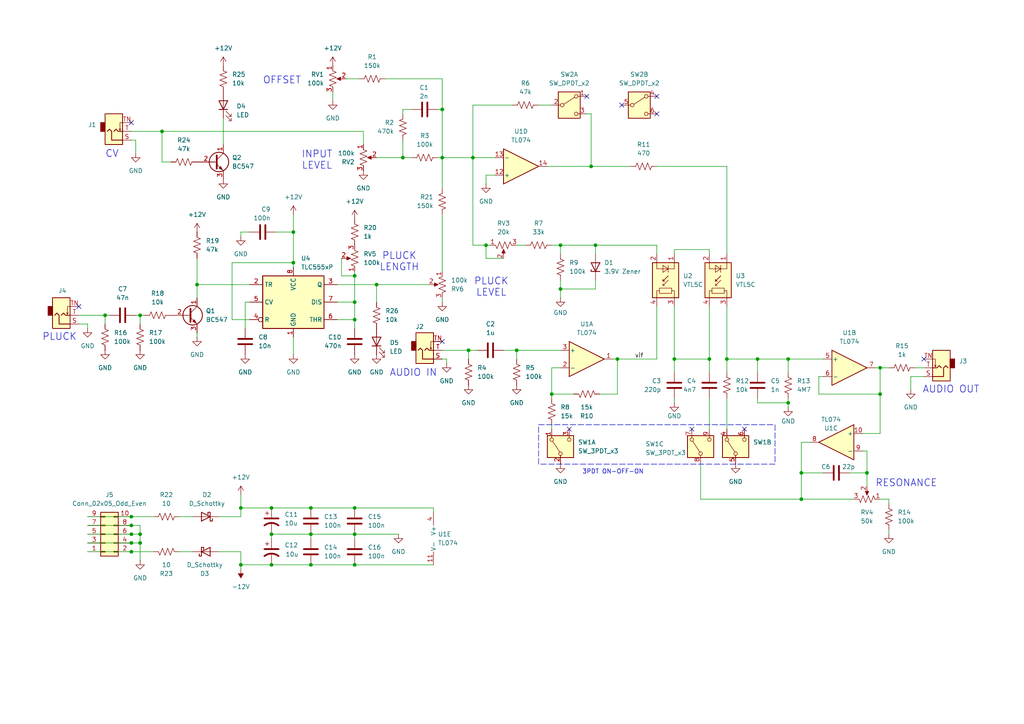
<source format=kicad_sch>
(kicad_sch (version 20231120) (generator "eeschema") (generator_version "8.0")
  (paper "A4")
  (title_block (title "Low Pass Gate") (date "2024-09-30") (rev "1.0") (company "idyllm") (comment 1 "CC BY-SA 4.0") (comment 2 "References: Buchla 292, Aaron Lanterman, Eddy Bergman, Thomas White/Natural Rhythm"))
  (junction (at 171.45 48.26))
  (junction (at 128.27 45.72))
  (junction (at 251.46 137.16))
  (junction (at 40.64 154.94))
  (junction (at 116.84 45.72))
  (junction (at 102.87 87.63))
  (junction (at 102.87 147.32))
  (junction (at 46.99 38.1))
  (junction (at 228.6 116.84))
  (junction (at 232.41 144.78))
  (junction (at 162.56 71.12))
  (junction (at 205.74 104.14))
  (junction (at 57.15 82.55))
  (junction (at 210.82 104.14))
  (junction (at 85.09 67.31))
  (junction (at 135.89 101.6))
  (junction (at 195.58 104.14))
  (junction (at 38.1 149.86))
  (junction (at 160.02 114.3))
  (junction (at 90.17 154.94))
  (junction (at 90.17 163.83))
  (junction (at 102.87 92.71))
  (junction (at 109.22 82.55))
  (junction (at 78.74 154.94))
  (junction (at 38.1 157.48))
  (junction (at 102.87 80.01))
  (junction (at 128.27 31.75))
  (junction (at 38.1 154.94))
  (junction (at 149.86 101.6))
  (junction (at 255.27 106.68))
  (junction (at 102.87 154.94))
  (junction (at 179.07 104.14))
  (junction (at 102.87 163.83))
  (junction (at 38.1 152.4))
  (junction (at 90.17 147.32))
  (junction (at 228.6 104.14))
  (junction (at 40.64 157.48))
  (junction (at 137.16 45.72))
  (junction (at 140.97 71.12))
  (junction (at 38.1 160.02))
  (junction (at 78.74 147.32))
  (junction (at 232.41 137.16))
  (junction (at 69.85 163.83))
  (junction (at 162.56 83.82))
  (junction (at 40.64 91.44))
  (junction (at 69.85 147.32))
  (junction (at 219.71 104.14))
  (junction (at 78.74 163.83))
  (junction (at 30.48 91.44))
  (junction (at 255.27 114.3))
  (junction (at 85.09 76.2))
  (junction (at 172.72 71.12))
  (no_connect (at 128.27 99.06))
  (no_connect (at 215.9 124.46))
  (no_connect (at 267.97 104.14))
  (no_connect (at 190.5 33.02))
  (no_connect (at 22.86 88.9))
  (no_connect (at 38.1 35.56))
  (no_connect (at 180.34 30.48))
  (no_connect (at 200.66 124.46))
  (no_connect (at 170.18 27.94))
  (no_connect (at 165.1 124.46))
  (no_connect (at 190.5 27.94))
  (wire (pts (xy 78.74 156.21) (xy 78.74 154.94)))
  (wire (pts (xy 160.02 114.3) (xy 160.02 115.57)))
  (wire (pts (xy 264.16 113.03) (xy 264.16 109.22)))
  (wire (pts (xy 25.4 160.02) (xy 38.1 160.02)))
  (wire (pts (xy 210.82 48.26) (xy 190.5 48.26)))
  (wire (pts (xy 69.85 147.32) (xy 69.85 149.86)))
  (wire (pts (xy 129.54 104.14) (xy 128.27 104.14)))
  (wire (pts (xy 102.87 92.71) (xy 102.87 95.25)))
  (wire (pts (xy 219.71 104.14) (xy 219.71 107.95)))
  (wire (pts (xy 146.05 101.6) (xy 149.86 101.6)))
  (wire (pts (xy 102.87 147.32) (xy 125.73 147.32)))
  (wire (pts (xy 69.85 160.02) (xy 69.85 163.83)))
  (wire (pts (xy 228.6 104.14) (xy 228.6 107.95)))
  (wire (pts (xy 251.46 140.97) (xy 251.46 137.16)))
  (wire (pts (xy 162.56 71.12) (xy 172.72 71.12)))
  (wire (pts (xy 160.02 114.3) (xy 166.37 114.3)))
  (wire (pts (xy 109.22 82.55) (xy 109.22 87.63)))
  (wire (pts (xy 46.99 38.1) (xy 38.1 38.1)))
  (wire (pts (xy 80.01 67.31) (xy 85.09 67.31)))
  (wire (pts (xy 210.82 104.14) (xy 210.82 107.95)))
  (wire (pts (xy 137.16 30.48) (xy 137.16 45.72)))
  (wire (pts (xy 69.85 163.83) (xy 78.74 163.83)))
  (wire (pts (xy 179.07 104.14) (xy 177.8 104.14)))
  (wire (pts (xy 228.6 104.14) (xy 219.71 104.14)))
  (wire (pts (xy 69.85 67.31) (xy 69.85 68.58)))
  (wire (pts (xy 171.45 33.02) (xy 170.18 33.02)))
  (wire (pts (xy 158.75 48.26) (xy 171.45 48.26)))
  (wire (pts (xy 40.64 152.4) (xy 40.64 154.94)))
  (wire (pts (xy 250.19 125.73) (xy 255.27 125.73)))
  (wire (pts (xy 128.27 87.63) (xy 128.27 86.36)))
  (wire (pts (xy 195.58 104.14) (xy 195.58 107.95)))
  (wire (pts (xy 116.84 45.72) (xy 119.38 45.72)))
  (wire (pts (xy 137.16 45.72) (xy 137.16 71.12)))
  (wire (pts (xy 72.39 67.31) (xy 69.85 67.31)))
  (wire (pts (xy 90.17 156.21) (xy 90.17 154.94)))
  (wire (pts (xy 90.17 154.94) (xy 102.87 154.94)))
  (wire (pts (xy 172.72 73.66) (xy 172.72 71.12)))
  (wire (pts (xy 97.79 92.71) (xy 102.87 92.71)))
  (wire (pts (xy 57.15 82.55) (xy 57.15 86.36)))
  (wire (pts (xy 255.27 114.3) (xy 255.27 106.68)))
  (wire (pts (xy 162.56 71.12) (xy 162.56 73.66)))
  (wire (pts (xy 148.59 30.48) (xy 137.16 30.48)))
  (wire (pts (xy 179.07 114.3) (xy 179.07 104.14)))
  (wire (pts (xy 100.33 22.86) (xy 104.14 22.86)))
  (wire (pts (xy 97.79 82.55) (xy 109.22 82.55)))
  (wire (pts (xy 25.4 154.94) (xy 38.1 154.94)))
  (wire (pts (xy 210.82 104.14) (xy 210.82 88.9)))
  (wire (pts (xy 99.06 74.93) (xy 99.06 80.01)))
  (wire (pts (xy 190.5 88.9) (xy 190.5 104.14)))
  (wire (pts (xy 238.76 104.14) (xy 228.6 104.14)))
  (wire (pts (xy 146.05 74.93) (xy 140.97 74.93)))
  (wire (pts (xy 232.41 128.27) (xy 234.95 128.27)))
  (wire (pts (xy 85.09 67.31) (xy 85.09 76.2)))
  (wire (pts (xy 140.97 53.34) (xy 140.97 50.8)))
  (wire (pts (xy 22.86 91.44) (xy 30.48 91.44)))
  (wire (pts (xy 128.27 45.72) (xy 137.16 45.72)))
  (wire (pts (xy 160.02 106.68) (xy 160.02 114.3)))
  (wire (pts (xy 140.97 50.8) (xy 143.51 50.8)))
  (wire (pts (xy 160.02 71.12) (xy 162.56 71.12)))
  (wire (pts (xy 210.82 115.57) (xy 210.82 124.46)))
  (wire (pts (xy 40.64 91.44) (xy 41.91 91.44)))
  (wire (pts (xy 102.87 163.83) (xy 125.73 163.83)))
  (wire (pts (xy 25.4 157.48) (xy 38.1 157.48)))
  (wire (pts (xy 219.71 115.57) (xy 219.71 116.84)))
  (wire (pts (xy 171.45 48.26) (xy 171.45 33.02)))
  (wire (pts (xy 69.85 165.1) (xy 69.85 163.83)))
  (wire (pts (xy 195.58 88.9) (xy 195.58 104.14)))
  (wire (pts (xy 105.41 41.91) (xy 105.41 38.1)))
  (wire (pts (xy 140.97 74.93) (xy 140.97 71.12)))
  (wire (pts (xy 205.74 104.14) (xy 205.74 107.95)))
  (wire (pts (xy 116.84 31.75) (xy 119.38 31.75)))
  (wire (pts (xy 232.41 137.16) (xy 238.76 137.16)))
  (wire (pts (xy 38.1 152.4) (xy 40.64 152.4)))
  (wire (pts (xy 69.85 143.51) (xy 69.85 147.32)))
  (wire (pts (xy 67.31 92.71) (xy 67.31 76.2)))
  (wire (pts (xy 40.64 91.44) (xy 40.64 93.98)))
  (wire (pts (xy 128.27 45.72) (xy 128.27 54.61)))
  (wire (pts (xy 71.12 95.25) (xy 71.12 87.63)))
  (wire (pts (xy 78.74 147.32) (xy 90.17 147.32)))
  (wire (pts (xy 39.37 91.44) (xy 40.64 91.44)))
  (wire (pts (xy 40.64 157.48) (xy 38.1 157.48)))
  (wire (pts (xy 257.81 154.94) (xy 257.81 153.67)))
  (wire (pts (xy 38.1 160.02) (xy 44.45 160.02)))
  (wire (pts (xy 251.46 130.81) (xy 250.19 130.81)))
  (wire (pts (xy 149.86 101.6) (xy 162.56 101.6)))
  (wire (pts (xy 203.2 144.78) (xy 232.41 144.78)))
  (wire (pts (xy 140.97 71.12) (xy 142.24 71.12)))
  (wire (pts (xy 137.16 45.72) (xy 143.51 45.72)))
  (wire (pts (xy 116.84 40.64) (xy 116.84 45.72)))
  (wire (pts (xy 162.56 81.28) (xy 162.56 83.82)))
  (wire (pts (xy 195.58 115.57) (xy 195.58 116.84)))
  (wire (pts (xy 237.49 114.3) (xy 255.27 114.3)))
  (wire (pts (xy 105.41 38.1) (xy 46.99 38.1)))
  (wire (pts (xy 172.72 83.82) (xy 162.56 83.82)))
  (wire (pts (xy 99.06 80.01) (xy 102.87 80.01)))
  (wire (pts (xy 238.76 109.22) (xy 237.49 109.22)))
  (wire (pts (xy 25.4 93.98) (xy 22.86 93.98)))
  (wire (pts (xy 228.6 116.84) (xy 228.6 118.11)))
  (wire (pts (xy 172.72 81.28) (xy 172.72 83.82)))
  (wire (pts (xy 46.99 46.99) (xy 46.99 38.1)))
  (wire (pts (xy 25.4 149.86) (xy 38.1 149.86)))
  (wire (pts (xy 85.09 97.79) (xy 85.09 102.87)))
  (wire (pts (xy 232.41 137.16) (xy 232.41 144.78)))
  (wire (pts (xy 109.22 82.55) (xy 124.46 82.55)))
  (wire (pts (xy 237.49 109.22) (xy 237.49 114.3)))
  (wire (pts (xy 102.87 80.01) (xy 102.87 78.74)))
  (wire (pts (xy 205.74 72.39) (xy 205.74 73.66)))
  (wire (pts (xy 102.87 154.94) (xy 115.57 154.94)))
  (wire (pts (xy 232.41 144.78) (xy 247.65 144.78)))
  (wire (pts (xy 127 45.72) (xy 128.27 45.72)))
  (wire (pts (xy 52.07 149.86) (xy 55.88 149.86)))
  (wire (pts (xy 97.79 87.63) (xy 102.87 87.63)))
  (wire (pts (xy 128.27 22.86) (xy 128.27 31.75)))
  (wire (pts (xy 69.85 160.02) (xy 63.5 160.02)))
  (wire (pts (xy 127 31.75) (xy 128.27 31.75)))
  (wire (pts (xy 25.4 152.4) (xy 38.1 152.4)))
  (wire (pts (xy 162.56 106.68) (xy 160.02 106.68)))
  (wire (pts (xy 39.37 40.64) (xy 39.37 44.45)))
  (wire (pts (xy 67.31 76.2) (xy 85.09 76.2)))
  (wire (pts (xy 57.15 82.55) (xy 72.39 82.55)))
  (wire (pts (xy 149.86 71.12) (xy 152.4 71.12)))
  (wire (pts (xy 78.74 154.94) (xy 90.17 154.94)))
  (wire (pts (xy 57.15 97.79) (xy 57.15 96.52)))
  (wire (pts (xy 156.21 30.48) (xy 160.02 30.48)))
  (wire (pts (xy 264.16 109.22) (xy 267.97 109.22)))
  (wire (pts (xy 205.74 115.57) (xy 205.74 124.46)))
  (wire (pts (xy 255.27 106.68) (xy 257.81 106.68)))
  (wire (pts (xy 90.17 163.83) (xy 78.74 163.83)))
  (wire (pts (xy 205.74 104.14) (xy 205.74 88.9)))
  (wire (pts (xy 30.48 91.44) (xy 31.75 91.44)))
  (wire (pts (xy 96.52 26.67) (xy 96.52 29.21)))
  (wire (pts (xy 85.09 62.23) (xy 85.09 67.31)))
  (wire (pts (xy 232.41 137.16) (xy 232.41 128.27)))
  (wire (pts (xy 49.53 46.99) (xy 46.99 46.99)))
  (wire (pts (xy 219.71 116.84) (xy 228.6 116.84)))
  (wire (pts (xy 109.22 45.72) (xy 116.84 45.72)))
  (wire (pts (xy 137.16 71.12) (xy 140.97 71.12)))
  (wire (pts (xy 171.45 48.26) (xy 182.88 48.26)))
  (wire (pts (xy 173.99 114.3) (xy 179.07 114.3)))
  (wire (pts (xy 160.02 124.46) (xy 160.02 123.19)))
  (wire (pts (xy 102.87 87.63) (xy 102.87 80.01)))
  (wire (pts (xy 63.5 149.86) (xy 69.85 149.86)))
  (wire (pts (xy 128.27 62.23) (xy 128.27 78.74)))
  (wire (pts (xy 149.86 101.6) (xy 149.86 104.14)))
  (wire (pts (xy 190.5 71.12) (xy 190.5 73.66)))
  (wire (pts (xy 125.73 147.32) (xy 125.73 148.59)))
  (wire (pts (xy 162.56 83.82) (xy 162.56 86.36)))
  (wire (pts (xy 135.89 101.6) (xy 135.89 104.14)))
  (wire (pts (xy 195.58 104.14) (xy 205.74 104.14)))
  (wire (pts (xy 190.5 104.14) (xy 179.07 104.14)))
  (wire (pts (xy 128.27 31.75) (xy 128.27 45.72)))
  (wire (pts (xy 195.58 72.39) (xy 205.74 72.39)))
  (wire (pts (xy 102.87 87.63) (xy 102.87 92.71)))
  (wire (pts (xy 90.17 147.32) (xy 102.87 147.32)))
  (wire (pts (xy 38.1 154.94) (xy 40.64 154.94)))
  (wire (pts (xy 195.58 73.66) (xy 195.58 72.39)))
  (wire (pts (xy 116.84 33.02) (xy 116.84 31.75)))
  (wire (pts (xy 71.12 87.63) (xy 72.39 87.63)))
  (wire (pts (xy 85.09 76.2) (xy 85.09 77.47)))
  (wire (pts (xy 255.27 114.3) (xy 255.27 125.73)))
  (wire (pts (xy 267.97 106.68) (xy 265.43 106.68)))
  (wire (pts (xy 90.17 163.83) (xy 102.87 163.83)))
  (wire (pts (xy 138.43 101.6) (xy 135.89 101.6)))
  (wire (pts (xy 246.38 137.16) (xy 251.46 137.16)))
  (wire (pts (xy 219.71 104.14) (xy 210.82 104.14)))
  (wire (pts (xy 255.27 106.68) (xy 254 106.68)))
  (wire (pts (xy 172.72 71.12) (xy 190.5 71.12)))
  (wire (pts (xy 111.76 22.86) (xy 128.27 22.86)))
  (wire (pts (xy 203.2 134.62) (xy 203.2 144.78)))
  (wire (pts (xy 257.81 144.78) (xy 255.27 144.78)))
  (wire (pts (xy 72.39 92.71) (xy 67.31 92.71)))
  (wire (pts (xy 25.4 93.98) (xy 25.4 95.25)))
  (wire (pts (xy 129.54 104.14) (xy 129.54 105.41)))
  (wire (pts (xy 40.64 154.94) (xy 40.64 157.48)))
  (wire (pts (xy 40.64 157.48) (xy 40.64 162.56)))
  (wire (pts (xy 128.27 101.6) (xy 135.89 101.6)))
  (wire (pts (xy 30.48 91.44) (xy 30.48 93.98)))
  (wire (pts (xy 251.46 137.16) (xy 251.46 130.81)))
  (wire (pts (xy 210.82 73.66) (xy 210.82 48.26)))
  (wire (pts (xy 228.6 115.57) (xy 228.6 116.84)))
  (wire (pts (xy 102.87 156.21) (xy 102.87 154.94)))
  (wire (pts (xy 52.07 160.02) (xy 55.88 160.02)))
  (wire (pts (xy 64.77 34.29) (xy 64.77 41.91)))
  (wire (pts (xy 257.81 144.78) (xy 257.81 146.05)))
  (wire (pts (xy 38.1 149.86) (xy 44.45 149.86)))
  (wire (pts (xy 39.37 40.64) (xy 38.1 40.64)))
  (wire (pts (xy 57.15 74.93) (xy 57.15 82.55)))
  (wire (pts (xy 69.85 147.32) (xy 78.74 147.32)))
  (rectangle (start 156.21 123.19) (end 224.79 134.62) (stroke (width 0) (type dash)))
  (text "RESONANCE" (at 262.89 140.208 0) (effects (font (size 2.032 2.032))))
  (text "INPUT\nLEVEL" (at 91.948 46.482 0) (effects (font (size 2.032 2.032))))
  (text "AUDIO IN" (at 119.888 108.204 0) (effects (font (size 2.032 2.032))))
  (text "3PDT ON-OFF-ON" (at 177.8 136.906 0) (effects (font (size 1.27 1.27))))
  (text "PLUCK" (at 17.272 97.79 0) (effects (font (size 2.032 2.032))))
  (text "PLUCK\nLEVEL" (at 142.494 83.312 0) (effects (font (size 2.032 2.032))))
  (text "AUDIO OUT" (at 275.844 113.03 0) (effects (font (size 2.032 2.032))))
  (text "CV" (at 32.512 44.704 0) (effects (font (size 2.032 2.032))))
  (text "PLUCK\nLENGTH" (at 115.824 75.946 0) (effects (font (size 2.032 2.032))))
  (text "OFFSET" (at 81.788 23.368 0) (effects (font (size 2.032 2.032))))
  (label "vif" (at 184.15 104.14 0))
  (symbol (lib_id "power:GND") (at 128.27 87.63 0) (unit 1)
    (property "Reference" "#PWR017" (effects (hide yes)))
    (property "Value" "GND" (at 128.27 92.71 0))
    (property "Description" "Power symbol creates a global label with name \"GND\" , ground" (effects (hide yes)))
  )
  (symbol (lib_id "Amplifier_Operational:TL074") (at 246.38 106.68 0) (unit 2)
    (property "Reference" "U1" (at 246.38 96.52 0))
    (property "Value" "TL074" (at 246.38 99.06 0))
    (property "Footprint" "Package_DIP:DIP-14_W7.62mm_Socket" (effects (hide yes)))
    (property "Datasheet" "http://www.ti.com/lit/ds/symlink/tl071.pdf" (effects (hide yes)))
    (property "Description" "Quad Low-Noise JFET-Input Operational Amplifiers, DIP-14/SOIC-14" (effects (hide yes)))
  )
  (symbol (lib_id "power:GND") (at 40.64 162.56 0) (unit 1)
    (property "Reference" "#PWR04" (effects (hide yes)))
    (property "Value" "GND" (at 40.64 167.64 0))
    (property "Description" "Power symbol creates a global label with name \"GND\" , ground" (effects (hide yes)))
  )
  (symbol (lib_id "Transistor_BJT:BC547") (at 54.61 91.44 0) (unit 1)
    (property "Reference" "Q1" (at 59.69 90.1699 0) (effects (justify left)))
    (property "Value" "BC547" (at 59.69 92.7099 0) (effects (justify left)))
    (property "Footprint" "Package_TO_SOT_THT:TO-92_Inline_Wide" (effects (hide yes)))
    (property "Datasheet" "https://www.onsemi.com/pub/Collateral/BC550-D.pdf" (effects (hide yes)))
    (property "Description" "0.1A Ic, 45V Vce, Small Signal NPN Transistor, TO-92" (effects (hide yes)))
  )
  (symbol (lib_id "Device:C") (at 205.74 111.76 0) (mirror x) (unit 1)
    (property "Reference" "C4" (at 201.93 110.4899 0) (effects (justify right)))
    (property "Value" "4n7" (at 201.93 113.0299 0) (effects (justify right)))
    (property "Footprint" "Capacitor_THT:C_Disc_D5.0mm_W2.5mm_P2.50mm" (effects (hide yes)))
    (property "Description" "Unpolarized capacitor" (effects (hide yes)))
  )
  (symbol (lib_id "Amplifier_Operational:TL074") (at 242.57 128.27 0) (mirror y) (unit 3)
    (property "Reference" "U1" (at 241.046 124.206 0))
    (property "Value" "TL074" (at 241.046 121.666 0))
    (property "Footprint" "Package_DIP:DIP-14_W7.62mm_Socket" (effects (hide yes)))
    (property "Datasheet" "http://www.ti.com/lit/ds/symlink/tl071.pdf" (effects (hide yes)))
    (property "Description" "Quad Low-Noise JFET-Input Operational Amplifiers, DIP-14/SOIC-14" (effects (hide yes)))
  )
  (symbol (lib_id "power:GND") (at 195.58 116.84 0) (unit 1)
    (property "Reference" "#PWR0106" (effects (hide yes)))
    (property "Value" "GND" (at 195.58 120.65 0))
    (property "Description" "Power symbol creates a global label with name \"GND\" , ground" (effects (hide yes)))
  )
  (symbol (lib_id "power:+12V") (at 96.52 19.05 0) (unit 1)
    (property "Reference" "#PWR0110" (effects (hide yes)))
    (property "Value" "+12V" (at 96.52 13.97 0))
    (property "Description" "Power symbol creates a global label with name \"+12V\"" (effects (hide yes)))
  )
  (symbol (lib_id "Device:LED") (at 109.22 99.06 90) (unit 1)
    (property "Reference" "D5" (at 113.03 99.3774 90) (effects (justify right)))
    (property "Value" "LED" (at 113.03 101.9174 90) (effects (justify right)))
    (property "Footprint" "LED_THT:LED_D3.0mm" (effects (hide yes)))
    (property "Description" "Light emitting diode" (effects (hide yes)))
  )
  (symbol (lib_id "Device:R_US") (at 186.69 48.26 270) (unit 1)
    (property "Reference" "R11" (at 186.69 41.91 90))
    (property "Value" "470" (at 186.69 44.45 90))
    (property "Footprint" "Resistor_THT:R_Axial_DIN0207_L6.3mm_D2.5mm_P10.16mm_Horizontal" (effects (hide yes)))
    (property "Description" "Resistor, US symbol" (effects (hide yes)))
  )
  (symbol (lib_id "Device:C") (at 35.56 91.44 90) (unit 1)
    (property "Reference" "C7" (at 35.56 83.82 90))
    (property "Value" "47n" (at 35.56 86.36 90))
    (property "Footprint" "Capacitor_THT:C_Disc_D5.0mm_W2.5mm_P2.50mm" (effects (hide yes)))
    (property "Description" "Unpolarized capacitor" (effects (hide yes)))
  )
  (symbol (lib_id "power:GND") (at 96.52 29.21 0) (unit 1)
    (property "Reference" "#PWR0109" (effects (hide yes)))
    (property "Value" "GND" (at 96.52 34.29 0))
    (property "Description" "Power symbol creates a global label with name \"GND\" , ground" (effects (hide yes)))
  )
  (symbol (lib_id "Connector_Generic:Conn_02x05_Odd_Even") (at 30.48 154.94 0) (mirror x) (unit 1)
    (property "Reference" "J5" (at 31.75 143.51 0))
    (property "Value" "Conn_02x05_Odd_Even" (at 31.75 146.05 0))
    (property "Footprint" "Connector_IDC:IDC-Header_2x05_P2.54mm_Vertical" (effects (hide yes)))
    (property "Description" "Generic connector, double row, 02x05, odd/even pin numbering scheme (row 1 odd numbers, row 2 even numbers), script generated (kicad-library-utils/schlib/autogen/connector/)" (effects (hide yes)))
  )
  (symbol (lib_id "Device:C") (at 142.24 101.6 90) (unit 1)
    (property "Reference" "C2" (at 142.24 93.98 90))
    (property "Value" "1u" (at 142.24 96.52 90))
    (property "Footprint" "Capacitor_THT:C_Disc_D5.0mm_W2.5mm_P2.50mm" (effects (hide yes)))
    (property "Description" "Unpolarized capacitor" (effects (hide yes)))
  )
  (symbol (lib_id "Device:C") (at 102.87 99.06 0) (mirror x) (unit 1)
    (property "Reference" "C10" (at 99.06 97.7899 0) (effects (justify right)))
    (property "Value" "470n" (at 99.06 100.3299 0) (effects (justify right)))
    (property "Footprint" "Capacitor_THT:C_Disc_D5.0mm_W2.5mm_P2.50mm" (effects (hide yes)))
    (property "Description" "Unpolarized capacitor" (effects (hide yes)))
  )
  (symbol (lib_id "power:+12V") (at 57.15 67.31 0) (unit 1)
    (property "Reference" "#PWR038" (effects (hide yes)))
    (property "Value" "+12V" (at 57.15 62.23 0))
    (property "Description" "Power symbol creates a global label with name \"+12V\"" (effects (hide yes)))
  )
  (symbol (lib_id "Device:C") (at 242.57 137.16 270) (unit 1)
    (property "Reference" "C6" (at 239.522 135.382 90))
    (property "Value" "22p" (at 246.126 135.382 90))
    (property "Footprint" "Capacitor_THT:C_Disc_D5.0mm_W2.5mm_P2.50mm" (effects (hide yes)))
    (property "Description" "Unpolarized capacitor" (effects (hide yes)))
  )
  (symbol (lib_id "power:GND") (at 102.87 102.87 0) (unit 1)
    (property "Reference" "#PWR029" (effects (hide yes)))
    (property "Value" "GND" (at 102.87 107.95 0))
    (property "Description" "Power symbol creates a global label with name \"GND\" , ground" (effects (hide yes)))
  )
  (symbol (lib_id "Isolator:VTL5C") (at 193.04 81.28 270) (unit 1)
    (property "Reference" "U2" (at 198.12 80.0099 90) (effects (justify left)))
    (property "Value" "VTL5C" (at 198.12 82.5499 90) (effects (justify left)))
    (property "Footprint" "OptoDevice:PerkinElmer_VTL5C" (effects (hide yes)))
    (property "Datasheet" "http://www.qsl.net/wa1ion/vactrol/vactrol.pdf" (effects (hide yes)))
    (property "Description" "Low Cost Axial Vactrols" (effects (hide yes)))
  )
  (symbol (lib_id "Device:R_US") (at 149.86 107.95 180) (unit 1)
    (property "Reference" "R5" (at 152.4 106.6799 0) (effects (justify right)))
    (property "Value" "100k" (at 152.4 109.2199 0) (effects (justify right)))
    (property "Footprint" "Resistor_THT:R_Axial_DIN0204_L3.6mm_D1.6mm_P2.54mm_Vertical" (effects (hide yes)))
    (property "Description" "Resistor, US symbol" (effects (hide yes)))
  )
  (symbol (lib_id "Modular_Switches:SW_3PDT_x3") (at 162.56 129.54 90) (unit 1)
    (property "Reference" "SW1" (at 167.64 128.2699 90) (effects (justify right)))
    (property "Value" "SW_3PDT_x3" (at 167.64 130.8099 90) (effects (justify right)))
    (property "Footprint" "Switches:SW_3PDT_18mm_x_13mm_P4.50mm" (effects (hide yes)))
    (property "Description" "Switch, dual pole double throw, separate symbols" (effects (hide yes)))
  )
  (symbol (lib_id "Device:R_US") (at 57.15 71.12 0) (unit 1)
    (property "Reference" "R19" (at 59.69 69.8499 0) (effects (justify left)))
    (property "Value" "47k" (at 59.69 72.3899 0) (effects (justify left)))
    (property "Footprint" "Resistor_THT:R_Axial_DIN0204_L3.6mm_D1.6mm_P2.54mm_Vertical" (effects (hide yes)))
    (property "Description" "Resistor, US symbol" (effects (hide yes)))
  )
  (symbol (lib_id "Device:R_US") (at 40.64 97.79 180) (unit 1)
    (property "Reference" "R17" (at 43.18 96.5199 0) (effects (justify right)))
    (property "Value" "100k" (at 43.18 99.0599 0) (effects (justify right)))
    (property "Footprint" "Resistor_THT:R_Axial_DIN0204_L3.6mm_D1.6mm_P2.54mm_Vertical" (effects (hide yes)))
    (property "Description" "Resistor, US symbol" (effects (hide yes)))
  )
  (symbol (lib_id "Device:R_US") (at 30.48 97.79 180) (unit 1)
    (property "Reference" "R16" (at 33.02 96.5199 0) (effects (justify right)))
    (property "Value" "100k" (at 33.02 99.0599 0) (effects (justify right)))
    (property "Footprint" "Resistor_THT:R_Axial_DIN0204_L3.6mm_D1.6mm_P2.54mm_Vertical" (effects (hide yes)))
    (property "Description" "Resistor, US symbol" (effects (hide yes)))
  )
  (symbol (lib_id "Device:C_Polarized_US") (at 78.74 151.13 0) (unit 1)
    (property "Reference" "C11" (at 82.55 149.2249 0) (effects (justify left)))
    (property "Value" "10u" (at 82.55 151.7649 0) (effects (justify left)))
    (property "Footprint" "Capacitor_THT:CP_Radial_D5.0mm_P2.00mm" (effects (hide yes)))
    (property "Description" "Polarized capacitor, US symbol" (effects (hide yes)))
  )
  (symbol (lib_id "power:GND") (at 57.15 97.79 0) (unit 1)
    (property "Reference" "#PWR037" (effects (hide yes)))
    (property "Value" "GND" (at 57.15 102.87 0))
    (property "Description" "Power symbol creates a global label with name \"GND\" , ground" (effects (hide yes)))
  )
  (symbol (lib_id "Device:R_US") (at 102.87 67.31 0) (unit 1)
    (property "Reference" "R20" (at 105.41 66.0399 0) (effects (justify left)))
    (property "Value" "1k" (at 105.41 68.5799 0) (effects (justify left)))
    (property "Footprint" "Resistor_THT:R_Axial_DIN0204_L3.6mm_D1.6mm_P2.54mm_Vertical" (effects (hide yes)))
    (property "Description" "Resistor, US symbol" (effects (hide yes)))
  )
  (symbol (lib_id "Device:C") (at 219.71 111.76 180) (unit 1)
    (property "Reference" "C5" (at 223.52 110.4899 0) (effects (justify right)))
    (property "Value" "1n" (at 223.52 113.0299 0) (effects (justify right)))
    (property "Footprint" "Capacitor_THT:C_Disc_D5.0mm_W2.5mm_P2.50mm" (effects (hide yes)))
    (property "Description" "Unpolarized capacitor" (effects (hide yes)))
  )
  (symbol (lib_id "power:GND") (at 30.48 101.6 0) (unit 1)
    (property "Reference" "#PWR034" (effects (hide yes)))
    (property "Value" "GND" (at 30.48 106.68 0))
    (property "Description" "Power symbol creates a global label with name \"GND\" , ground" (effects (hide yes)))
  )
  (symbol (lib_id "Device:R_US") (at 257.81 149.86 0) (unit 1)
    (property "Reference" "R14" (at 260.35 148.5899 0) (effects (justify left)))
    (property "Value" "100k" (at 260.35 151.1299 0) (effects (justify left)))
    (property "Footprint" "Resistor_THT:R_Axial_DIN0204_L3.6mm_D1.6mm_P2.54mm_Vertical" (effects (hide yes)))
    (property "Description" "Resistor, US symbol" (effects (hide yes)))
  )
  (symbol (lib_id "power:GND") (at 69.85 68.58 0) (unit 1)
    (property "Reference" "#PWR015" (effects (hide yes)))
    (property "Value" "GND" (at 69.85 73.66 0))
    (property "Description" "Power symbol creates a global label with name \"GND\" , ground" (effects (hide yes)))
  )
  (symbol (lib_id "power:-12V") (at 69.85 165.1 180) (unit 1)
    (property "Reference" "#PWR014" (effects (hide yes)))
    (property "Value" "-12V" (at 69.85 170.18 0))
    (property "Description" "Power symbol creates a global label with name \"-12V\"" (effects (hide yes)))
  )
  (symbol (lib_id "power:GND") (at 135.89 111.76 0) (unit 1)
    (property "Reference" "#PWR0115" (effects (hide yes)))
    (property "Value" "GND" (at 135.89 116.84 0))
    (property "Description" "Power symbol creates a global label with name \"GND\" , ground" (effects (hide yes)))
  )
  (symbol (lib_id "power:GND") (at 149.86 111.76 0) (unit 1)
    (property "Reference" "#PWR0113" (effects (hide yes)))
    (property "Value" "GND" (at 149.86 116.84 0))
    (property "Description" "Power symbol creates a global label with name \"GND\" , ground" (effects (hide yes)))
  )
  (symbol (lib_id "Device:R_US") (at 48.26 160.02 270) (mirror x) (unit 1)
    (property "Reference" "R23" (at 48.26 166.37 90))
    (property "Value" "10" (at 48.26 163.83 90))
    (property "Footprint" "Resistor_THT:R_Axial_DIN0207_L6.3mm_D2.5mm_P2.54mm_Vertical" (effects (hide yes)))
    (property "Description" "Resistor, US symbol" (effects (hide yes)))
  )
  (symbol (lib_id "Amplifier_Operational:TL074") (at 170.18 104.14 0) (unit 1)
    (property "Reference" "U1" (at 170.18 93.98 0))
    (property "Value" "TL074" (at 170.18 96.52 0))
    (property "Footprint" "Package_DIP:DIP-14_W7.62mm_Socket" (effects (hide yes)))
    (property "Datasheet" "http://www.ti.com/lit/ds/symlink/tl071.pdf" (effects (hide yes)))
    (property "Description" "Quad Low-Noise JFET-Input Operational Amplifiers, DIP-14/SOIC-14" (effects (hide yes)))
  )
  (symbol (lib_id "Device:R_US") (at 48.26 149.86 270) (unit 1)
    (property "Reference" "R22" (at 48.26 143.51 90))
    (property "Value" "10" (at 48.26 146.05 90))
    (property "Footprint" "Resistor_THT:R_Axial_DIN0207_L6.3mm_D2.5mm_P2.54mm_Vertical" (effects (hide yes)))
    (property "Description" "Resistor, US symbol" (effects (hide yes)))
  )
  (symbol (lib_id "Device:C") (at 76.2 67.31 270) (unit 1)
    (property "Reference" "C9" (at 78.486 60.706 90) (effects (justify right)))
    (property "Value" "100n" (at 78.486 63.246 90) (effects (justify right)))
    (property "Footprint" "Capacitor_THT:C_Disc_D5.0mm_W2.5mm_P2.50mm" (effects (hide yes)))
    (property "Description" "Unpolarized capacitor" (effects (hide yes)))
  )
  (symbol (lib_id "power:GND") (at 115.57 154.94 0) (unit 1)
    (property "Reference" "#PWR016" (effects (hide yes)))
    (property "Value" "GND" (at 115.57 160.02 0))
    (property "Description" "Power symbol creates a global label with name \"GND\" , ground" (effects (hide yes)))
  )
  (symbol (lib_id "power:+12V") (at 85.09 62.23 0) (unit 1)
    (property "Reference" "#PWR032" (effects (hide yes)))
    (property "Value" "+12V" (at 85.09 57.15 0))
    (property "Description" "Power symbol creates a global label with name \"+12V\"" (effects (hide yes)))
  )
  (symbol (lib_id "power:+12V") (at 69.85 143.51 0) (unit 1)
    (property "Reference" "#PWR013" (effects (hide yes)))
    (property "Value" "+12V" (at 69.85 138.43 0))
    (property "Description" "Power symbol creates a global label with name \"+12V\"" (effects (hide yes)))
  )
  (symbol (lib_id "Device:R_US") (at 45.72 91.44 270) (unit 1)
    (property "Reference" "R18" (at 45.72 85.09 90))
    (property "Value" "10k" (at 45.72 87.63 90))
    (property "Footprint" "Resistor_THT:R_Axial_DIN0204_L3.6mm_D1.6mm_P2.54mm_Vertical" (effects (hide yes)))
    (property "Description" "Resistor, US symbol" (effects (hide yes)))
  )
  (symbol (lib_id "Modular_Switches:SW_3PDT_x3") (at 213.36 129.54 90) (unit 2)
    (property "Reference" "SW1" (at 218.44 128.2699 90) (effects (justify right)))
    (property "Value" "SW_3PDT_x3" (effects (hide yes)))
    (property "Footprint" "Switches:SW_3PDT_18mm_x_13mm_P4.50mm" (effects (hide yes)))
    (property "Description" "Switch, dual pole double throw, separate symbols" (effects (hide yes)))
  )
  (symbol (lib_id "Device:R_US") (at 170.18 114.3 90) (mirror x) (unit 1)
    (property "Reference" "R10" (at 170.18 120.65 90))
    (property "Value" "15k" (at 170.18 118.11 90))
    (property "Footprint" "Resistor_THT:R_Axial_DIN0204_L3.6mm_D1.6mm_P2.54mm_Vertical" (effects (hide yes)))
    (property "Description" "Resistor, US symbol" (effects (hide yes)))
  )
  (symbol (lib_id "Device:C") (at 90.17 151.13 180) (unit 1)
    (property "Reference" "C13" (at 93.98 149.8599 0) (effects (justify right)))
    (property "Value" "100n" (at 93.98 152.3999 0) (effects (justify right)))
    (property "Footprint" "Capacitor_THT:C_Disc_D5.0mm_W2.5mm_P2.50mm" (effects (hide yes)))
    (property "Description" "Unpolarized capacitor" (effects (hide yes)))
  )
  (symbol (lib_id "power:GND") (at 105.41 49.53 0) (unit 1)
    (property "Reference" "#PWR0112" (effects (hide yes)))
    (property "Value" "GND" (at 105.41 54.61 0))
    (property "Description" "Power symbol creates a global label with name \"GND\" , ground" (effects (hide yes)))
  )
  (symbol (lib_id "Switch:SW_DPDT_x2") (at 185.42 30.48 0) (unit 2)
    (property "Reference" "SW2" (at 185.42 21.59 0))
    (property "Value" "SW_DPDT_x2" (at 185.42 24.13 0))
    (property "Footprint" "Switches:SW_DPDT_13mm_x_13mm_P5.00mm" (effects (hide yes)))
    (property "Description" "Switch, dual pole double throw, separate symbols" (effects (hide yes)))
  )
  (symbol (lib_id "Device:R_US") (at 116.84 36.83 0) (mirror y) (unit 1)
    (property "Reference" "R2" (at 114.3 35.5599 0) (effects (justify left)))
    (property "Value" "470k" (at 114.3 38.0999 0) (effects (justify left)))
    (property "Footprint" "Resistor_THT:R_Axial_DIN0204_L3.6mm_D1.6mm_P2.54mm_Vertical" (effects (hide yes)))
    (property "Description" "Resistor, US symbol" (effects (hide yes)))
  )
  (symbol (lib_id "power:GND") (at 257.81 154.94 0) (unit 1)
    (property "Reference" "#PWR0105" (effects (hide yes)))
    (property "Value" "GND" (at 257.81 160.02 0))
    (property "Description" "Power symbol creates a global label with name \"GND\" , ground" (effects (hide yes)))
  )
  (symbol (lib_id "Device:LED") (at 64.77 30.48 90) (unit 1)
    (property "Reference" "D4" (at 68.58 30.7974 90) (effects (justify right)))
    (property "Value" "LED" (at 68.58 33.3374 90) (effects (justify right)))
    (property "Footprint" "LED_THT:LED_D3.0mm" (effects (hide yes)))
    (property "Description" "Light emitting diode" (effects (hide yes)))
  )
  (symbol (lib_id "Device:R_US") (at 228.6 111.76 0) (unit 1)
    (property "Reference" "R13" (at 231.14 110.4899 0) (effects (justify left)))
    (property "Value" "4M7" (at 231.14 113.0299 0) (effects (justify left)))
    (property "Footprint" "Resistor_THT:R_Axial_DIN0204_L3.6mm_D1.6mm_P2.54mm_Vertical" (effects (hide yes)))
    (property "Description" "Resistor, US symbol" (effects (hide yes)))
  )
  (symbol (lib_id "power:GND") (at 109.22 102.87 0) (unit 1)
    (property "Reference" "#PWR03" (effects (hide yes)))
    (property "Value" "GND" (at 109.22 107.95 0))
    (property "Description" "Power symbol creates a global label with name \"GND\" , ground" (effects (hide yes)))
  )
  (symbol (lib_id "Device:R_US") (at 123.19 45.72 270) (unit 1)
    (property "Reference" "R3" (at 123.19 39.37 90))
    (property "Value" "100k" (at 123.19 41.91 90))
    (property "Footprint" "Resistor_THT:R_Axial_DIN0204_L3.6mm_D1.6mm_P2.54mm_Vertical" (effects (hide yes)))
    (property "Description" "Resistor, US symbol" (effects (hide yes)))
  )
  (symbol (lib_id "power:+12V") (at 64.77 19.05 0) (unit 1)
    (property "Reference" "#PWR02" (effects (hide yes)))
    (property "Value" "+12V" (at 64.77 13.97 0))
    (property "Description" "Power symbol creates a global label with name \"+12V\"" (effects (hide yes)))
  )
  (symbol (lib_id "Device:R_US") (at 162.56 77.47 0) (unit 1)
    (property "Reference" "R9" (at 165.1 76.1999 0) (effects (justify left)))
    (property "Value" "100k" (at 165.1 78.7399 0) (effects (justify left)))
    (property "Footprint" "Resistor_THT:R_Axial_DIN0204_L3.6mm_D1.6mm_P2.54mm_Vertical" (effects (hide yes)))
    (property "Description" "Resistor, US symbol" (effects (hide yes)))
  )
  (symbol (lib_id "Transistor_BJT:BC547") (at 62.23 46.99 0) (unit 1)
    (property "Reference" "Q2" (at 67.31 45.7199 0) (effects (justify left)))
    (property "Value" "BC547" (at 67.31 48.2599 0) (effects (justify left)))
    (property "Footprint" "Package_TO_SOT_THT:TO-92_Inline_Wide" (effects (hide yes)))
    (property "Datasheet" "https://www.onsemi.com/pub/Collateral/BC550-D.pdf" (effects (hide yes)))
    (property "Description" "0.1A Ic, 45V Vce, Small Signal NPN Transistor, TO-92" (effects (hide yes)))
  )
  (symbol (lib_id "Device:R_Potentiometer_US") (at 105.41 45.72 0) (unit 1)
    (property "Reference" "RV2" (at 102.87 46.9901 0) (effects (justify right)))
    (property "Value" "100k" (at 102.87 44.4501 0) (effects (justify right)))
    (property "Footprint" "Audio_Potentiometer_THT:Potentiometer_Bourns_PTV09A-1_Single_Vertical" (effects (hide yes)))
    (property "Description" "Potentiometer, US symbol" (effects (hide yes)))
  )
  (symbol (lib_id "Device:R_US") (at 160.02 119.38 0) (unit 1)
    (property "Reference" "R8" (at 162.56 118.1099 0) (effects (justify left)))
    (property "Value" "15k" (at 162.56 120.6499 0) (effects (justify left)))
    (property "Footprint" "Resistor_THT:R_Axial_DIN0204_L3.6mm_D1.6mm_P2.54mm_Vertical" (effects (hide yes)))
    (property "Description" "Resistor, US symbol" (effects (hide yes)))
  )
  (symbol (lib_id "power:GND") (at 71.12 102.87 0) (unit 1)
    (property "Reference" "#PWR031" (effects (hide yes)))
    (property "Value" "GND" (at 71.12 107.95 0))
    (property "Description" "Power symbol creates a global label with name \"GND\" , ground" (effects (hide yes)))
  )
  (symbol (lib_id "power:GND") (at 213.36 134.62 0) (unit 1)
    (property "Reference" "#PWR0103" (effects (hide yes)))
    (property "Value" "GND" (at 213.36 139.7 0))
    (property "Description" "Power symbol creates a global label with name \"GND\" , ground" (effects (hide yes)))
  )
  (symbol (lib_id "Amplifier_Operational:TL074") (at 123.19 156.21 0) (mirror y) (unit 5)
    (property "Reference" "U1" (at 127 154.9399 0) (effects (justify right)))
    (property "Value" "TL074" (at 127 157.4799 0) (effects (justify right)))
    (property "Footprint" "Package_DIP:DIP-14_W7.62mm_Socket" (effects (hide yes)))
    (property "Datasheet" "http://www.ti.com/lit/ds/symlink/tl071.pdf" (effects (hide yes)))
    (property "Description" "Quad Low-Noise JFET-Input Operational Amplifiers, DIP-14/SOIC-14" (effects (hide yes)))
  )
  (symbol (lib_id "Device:R_US") (at 135.89 107.95 180) (unit 1)
    (property "Reference" "R4" (at 138.43 106.6799 0) (effects (justify right)))
    (property "Value" "100k" (at 138.43 109.2199 0) (effects (justify right)))
    (property "Footprint" "Resistor_THT:R_Axial_DIN0204_L3.6mm_D1.6mm_P2.54mm_Vertical" (effects (hide yes)))
    (property "Description" "Resistor, US symbol" (effects (hide yes)))
  )
  (symbol (lib_id "Device:R_US") (at 107.95 22.86 270) (unit 1)
    (property "Reference" "R1" (at 107.95 16.51 90))
    (property "Value" "150k" (at 107.95 19.05 90))
    (property "Footprint" "Resistor_THT:R_Axial_DIN0204_L3.6mm_D1.6mm_P2.54mm_Vertical" (effects (hide yes)))
    (property "Description" "Resistor, US symbol" (effects (hide yes)))
  )
  (symbol (lib_id "Connector_Audio:AudioJack2_SwitchT") (at 17.78 91.44 0) (mirror x) (unit 1)
    (property "Reference" "J4" (at 19.304 84.328 0) (effects (justify right)))
    (property "Value" "AudioJack2_SwitchT" (effects (hide yes)))
    (property "Footprint" "AudioJacks:Jack_3.5mm_QingPu_WQP-PJ301M-12_Vertical" (effects (hide yes)))
    (property "Description" "Audio Jack, 2 Poles (Mono / TS), Switched T Pole (Normalling)" (effects (hide yes)))
  )
  (symbol (lib_id "Amplifier_Operational:TL074") (at 151.13 48.26 0) (mirror x) (unit 4)
    (property "Reference" "U1" (at 151.13 38.1 0))
    (property "Value" "TL074" (at 151.13 40.64 0))
    (property "Footprint" "Package_DIP:DIP-14_W7.62mm_Socket" (effects (hide yes)))
    (property "Datasheet" "http://www.ti.com/lit/ds/symlink/tl071.pdf" (effects (hide yes)))
    (property "Description" "Quad Low-Noise JFET-Input Operational Amplifiers, DIP-14/SOIC-14" (effects (hide yes)))
  )
  (symbol (lib_id "Device:R_US") (at 128.27 58.42 0) (mirror y) (unit 1)
    (property "Reference" "R21" (at 125.73 57.1499 0) (effects (justify left)))
    (property "Value" "150k" (at 125.73 59.6899 0) (effects (justify left)))
    (property "Footprint" "Resistor_THT:R_Axial_DIN0204_L3.6mm_D1.6mm_P2.54mm_Vertical" (effects (hide yes)))
    (property "Description" "Resistor, US symbol" (effects (hide yes)))
  )
  (symbol (lib_id "Isolator:VTL5C") (at 208.28 81.28 270) (unit 1)
    (property "Reference" "U3" (at 213.36 80.0099 90) (effects (justify left)))
    (property "Value" "VTL5C" (at 213.36 82.5499 90) (effects (justify left)))
    (property "Footprint" "OptoDevice:PerkinElmer_VTL5C" (effects (hide yes)))
    (property "Datasheet" "http://www.qsl.net/wa1ion/vactrol/vactrol.pdf" (effects (hide yes)))
    (property "Description" "Low Cost Axial Vactrols" (effects (hide yes)))
  )
  (symbol (lib_id "power:GND") (at 85.09 102.87 0) (unit 1)
    (property "Reference" "#PWR030" (effects (hide yes)))
    (property "Value" "GND" (at 85.09 107.95 0))
    (property "Description" "Power symbol creates a global label with name \"GND\" , ground" (effects (hide yes)))
  )
  (symbol (lib_id "power:GND") (at 39.37 44.45 0) (unit 1)
    (property "Reference" "#PWR0111" (effects (hide yes)))
    (property "Value" "GND" (at 39.37 49.53 0))
    (property "Description" "Power symbol creates a global label with name \"GND\" , ground" (effects (hide yes)))
  )
  (symbol (lib_id "Switch:SW_DPDT_x2") (at 165.1 30.48 0) (unit 1)
    (property "Reference" "SW2" (at 165.1 21.59 0))
    (property "Value" "SW_DPDT_x2" (at 165.1 24.13 0))
    (property "Footprint" "Switches:SW_DPDT_13mm_x_13mm_P5.00mm" (effects (hide yes)))
    (property "Description" "Switch, dual pole double throw, separate symbols" (effects (hide yes)))
  )
  (symbol (lib_id "Device:R_Potentiometer_US") (at 128.27 82.55 0) (mirror y) (unit 1)
    (property "Reference" "RV6" (at 130.81 83.8201 0) (effects (justify right)))
    (property "Value" "100k" (at 130.81 81.2801 0) (effects (justify right)))
    (property "Footprint" "Audio_Potentiometer_THT:Potentiometer_Bourns_PTV09A-1_Single_Vertical" (effects (hide yes)))
    (property "Description" "Potentiometer, US symbol" (effects (hide yes)))
  )
  (symbol (lib_id "Timer:TLC555xP") (at 85.09 87.63 0) (unit 1)
    (property "Reference" "U4" (at 87.2841 74.93 0) (effects (justify left)))
    (property "Value" "TLC555xP" (at 87.2841 77.47 0) (effects (justify left)))
    (property "Footprint" "Package_DIP:DIP-8_W7.62mm_Socket" (effects (hide yes)))
    (property "Datasheet" "http://www.ti.com/lit/ds/symlink/tlc555.pdf" (effects (hide yes)))
    (property "Description" "Single LinCMOS Timer, 555 compatible, PDIP-8" (effects (hide yes)))
  )
  (symbol (lib_id "Device:R_Potentiometer_US") (at 251.46 144.78 270) (mirror x) (unit 1)
    (property "Reference" "RV4" (at 251.46 148.59 90))
    (property "Value" "50k" (at 251.46 151.13 90))
    (property "Footprint" "Audio_Potentiometer_THT:Potentiometer_Bourns_PTV09A-1_Single_Vertical" (effects (hide yes)))
    (property "Description" "Potentiometer, US symbol" (effects (hide yes)))
  )
  (symbol (lib_id "Device:R_Potentiometer_US") (at 146.05 71.12 90) (mirror x) (unit 1)
    (property "Reference" "RV3" (at 146.05 64.77 90))
    (property "Value" "20k" (at 146.05 67.31 90))
    (property "Footprint" "Potentiometer_THT:Potentiometer_Piher_PT-6-V_Vertical" (effects (hide yes)))
    (property "Description" "Potentiometer, US symbol" (effects (hide yes)))
  )
  (symbol (lib_id "power:GND") (at 64.77 52.07 0) (unit 1)
    (property "Reference" "#PWR01" (effects (hide yes)))
    (property "Value" "GND" (at 64.77 57.15 0))
    (property "Description" "Power symbol creates a global label with name \"GND\" , ground" (effects (hide yes)))
  )
  (symbol (lib_id "Device:C") (at 195.58 111.76 0) (mirror x) (unit 1)
    (property "Reference" "C3" (at 191.77 110.4899 0) (effects (justify right)))
    (property "Value" "220p" (at 191.77 113.0299 0) (effects (justify right)))
    (property "Footprint" "Capacitor_THT:C_Disc_D5.0mm_W2.5mm_P2.50mm" (effects (hide yes)))
    (property "Description" "Unpolarized capacitor" (effects (hide yes)))
  )
  (symbol (lib_id "Device:R_US") (at 53.34 46.99 90) (unit 1)
    (property "Reference" "R24" (at 53.34 40.64 90))
    (property "Value" "47k" (at 53.34 43.18 90))
    (property "Footprint" "Resistor_THT:R_Axial_DIN0204_L3.6mm_D1.6mm_P2.54mm_Vertical" (effects (hide yes)))
    (property "Description" "Resistor, US symbol" (effects (hide yes)))
  )
  (symbol (lib_id "Device:R_US") (at 152.4 30.48 270) (unit 1)
    (property "Reference" "R6" (at 152.4 24.13 90))
    (property "Value" "47k" (at 152.4 26.67 90))
    (property "Footprint" "Resistor_THT:R_Axial_DIN0204_L3.6mm_D1.6mm_P2.54mm_Vertical" (effects (hide yes)))
    (property "Description" "Resistor, US symbol" (effects (hide yes)))
  )
  (symbol (lib_id "Device:R_US") (at 156.21 71.12 270) (unit 1)
    (property "Reference" "R7" (at 156.21 64.77 90))
    (property "Value" "33k" (at 156.21 67.31 90))
    (property "Footprint" "Resistor_THT:R_Axial_DIN0204_L3.6mm_D1.6mm_P2.54mm_Vertical" (effects (hide yes)))
    (property "Description" "Resistor, US symbol" (effects (hide yes)))
  )
  (symbol (lib_id "power:GND") (at 40.64 101.6 0) (unit 1)
    (property "Reference" "#PWR035" (effects (hide yes)))
    (property "Value" "GND" (at 40.64 106.68 0))
    (property "Description" "Power symbol creates a global label with name \"GND\" , ground" (effects (hide yes)))
  )
  (symbol (lib_id "Device:D_Schottky") (at 59.69 160.02 0) (mirror x) (unit 1)
    (property "Reference" "D3" (at 59.3725 166.37 0))
    (property "Value" "D_Schottky" (at 59.3725 163.83 0))
    (property "Footprint" "Diode_THT:D_DO-41_SOD81_P2.54mm_Vertical_AnodeUp" (effects (hide yes)))
    (property "Description" "Schottky diode" (effects (hide yes)))
  )
  (symbol (lib_id "Device:C") (at 102.87 160.02 180) (unit 1)
    (property "Reference" "C16" (at 106.68 158.7499 0) (effects (justify right)))
    (property "Value" "100n" (at 106.68 161.2899 0) (effects (justify right)))
    (property "Footprint" "Capacitor_THT:C_Disc_D5.0mm_W2.5mm_P2.50mm" (effects (hide yes)))
    (property "Description" "Unpolarized capacitor" (effects (hide yes)))
  )
  (symbol (lib_id "Device:D_Schottky") (at 59.69 149.86 180) (unit 1)
    (property "Reference" "D2" (at 60.0075 143.51 0))
    (property "Value" "D_Schottky" (at 60.0075 146.05 0))
    (property "Footprint" "Diode_THT:D_DO-41_SOD81_P2.54mm_Vertical_AnodeUp" (effects (hide yes)))
    (property "Description" "Schottky diode" (effects (hide yes)))
  )
  (symbol (lib_id "power:GND") (at 162.56 86.36 0) (unit 1)
    (property "Reference" "#PWR0101" (effects (hide yes)))
    (property "Value" "GND" (at 162.56 90.678 0))
    (property "Description" "Power symbol creates a global label with name \"GND\" , ground" (effects (hide yes)))
  )
  (symbol (lib_id "Device:C") (at 90.17 160.02 180) (unit 1)
    (property "Reference" "C14" (at 93.98 158.7499 0) (effects (justify right)))
    (property "Value" "100n" (at 93.98 161.2899 0) (effects (justify right)))
    (property "Footprint" "Capacitor_THT:C_Disc_D5.0mm_W2.5mm_P2.50mm" (effects (hide yes)))
    (property "Description" "Unpolarized capacitor" (effects (hide yes)))
  )
  (symbol (lib_id "Connector_Audio:AudioJack2_SwitchT") (at 273.05 106.68 180) (unit 1)
    (property "Reference" "J3" (at 278.13 104.7749 0) (effects (justify right)))
    (property "Value" "AudioJack2_SwitchT" (effects (hide yes)))
    (property "Footprint" "AudioJacks:Jack_3.5mm_QingPu_WQP-PJ301M-12_Vertical" (effects (hide yes)))
    (property "Description" "Audio Jack, 2 Poles (Mono / TS), Switched T Pole (Normalling)" (effects (hide yes)))
  )
  (symbol (lib_id "Device:R_US") (at 109.22 91.44 180) (unit 1)
    (property "Reference" "R26" (at 111.76 90.1699 0) (effects (justify right)))
    (property "Value" "10k" (at 111.76 92.7099 0) (effects (justify right)))
    (property "Footprint" "Resistor_THT:R_Axial_DIN0204_L3.6mm_D1.6mm_P2.54mm_Vertical" (effects (hide yes)))
    (property "Description" "Resistor, US symbol" (effects (hide yes)))
  )
  (symbol (lib_id "Device:R_US") (at 210.82 111.76 0) (unit 1)
    (property "Reference" "R12" (at 213.36 110.4899 0) (effects (justify left)))
    (property "Value" "10k" (at 213.36 113.0299 0) (effects (justify left)))
    (property "Footprint" "Resistor_THT:R_Axial_DIN0207_L6.3mm_D2.5mm_P15.24mm_Horizontal" (effects (hide yes)))
    (property "Description" "Resistor, US symbol" (effects (hide yes)))
  )
  (symbol (lib_id "Connector_Audio:AudioJack2_SwitchT") (at 33.02 38.1 0) (mirror x) (unit 1)
    (property "Reference" "J1" (at 27.94 36.1949 0) (effects (justify right)))
    (property "Value" "AudioJack2_SwitchT" (effects (hide yes)))
    (property "Footprint" "AudioJacks:Jack_3.5mm_QingPu_WQP-PJ301M-12_Vertical" (effects (hide yes)))
    (property "Description" "Audio Jack, 2 Poles (Mono / TS), Switched T Pole (Normalling)" (effects (hide yes)))
  )
  (symbol (lib_id "power:GND") (at 129.54 105.41 0) (unit 1)
    (property "Reference" "#PWR0114" (effects (hide yes)))
    (property "Value" "GND" (at 129.54 110.49 0))
    (property "Description" "Power symbol creates a global label with name \"GND\" , ground" (effects (hide yes)))
  )
  (symbol (lib_id "power:GND") (at 264.16 113.03 0) (unit 1)
    (property "Reference" "#PWR0104" (effects (hide yes)))
    (property "Value" "GND" (at 264.16 118.11 0))
    (property "Description" "Power symbol creates a global label with name \"GND\" , ground" (effects (hide yes)))
  )
  (symbol (lib_id "power:GND") (at 228.6 118.11 0) (unit 1)
    (property "Reference" "#PWR0102" (effects (hide yes)))
    (property "Value" "GND" (at 228.6 122.174 0))
    (property "Description" "Power symbol creates a global label with name \"GND\" , ground" (effects (hide yes)))
  )
  (symbol (lib_id "Device:R_US") (at 64.77 22.86 180) (unit 1)
    (property "Reference" "R25" (at 67.31 21.5899 0) (effects (justify right)))
    (property "Value" "10k" (at 67.31 24.1299 0) (effects (justify right)))
    (property "Footprint" "Resistor_THT:R_Axial_DIN0207_L6.3mm_D2.5mm_P15.24mm_Horizontal" (effects (hide yes)))
    (property "Description" "Resistor, US symbol" (effects (hide yes)))
  )
  (symbol (lib_id "Device:R_Potentiometer_US") (at 96.52 22.86 0) (unit 1)
    (property "Reference" "RV1" (at 93.98 21.5899 0) (effects (justify right)))
    (property "Value" "100k" (at 93.98 24.1299 0) (effects (justify right)))
    (property "Footprint" "Audio_Potentiometer_THT:Potentiometer_Bourns_PTV09A-1_Single_Vertical" (effects (hide yes)))
    (property "Description" "Potentiometer, US symbol" (effects (hide yes)))
  )
  (symbol (lib_id "Device:C") (at 102.87 151.13 180) (unit 1)
    (property "Reference" "C15" (at 106.68 149.8599 0) (effects (justify right)))
    (property "Value" "100n" (at 106.68 152.3999 0) (effects (justify right)))
    (property "Footprint" "Capacitor_THT:C_Disc_D5.0mm_W2.5mm_P5.00mm" (effects (hide yes)))
    (property "Description" "Unpolarized capacitor" (effects (hide yes)))
  )
  (symbol (lib_id "power:GND") (at 25.4 95.25 0) (unit 1)
    (property "Reference" "#PWR019" (effects (hide yes)))
    (property "Value" "GND" (at 25.4 100.33 0))
    (property "Description" "Power symbol creates a global label with name \"GND\" , ground" (effects (hide yes)))
  )
  (symbol (lib_id "Device:R_Potentiometer_US") (at 102.87 74.93 180) (unit 1)
    (property "Reference" "RV5" (at 105.41 73.6599 0) (effects (justify right)))
    (property "Value" "100k" (at 105.41 76.1999 0) (effects (justify right)))
    (property "Footprint" "Audio_Potentiometer_THT:Potentiometer_Bourns_PTV09A-1_Single_Vertical" (effects (hide yes)))
    (property "Description" "Potentiometer, US symbol" (effects (hide yes)))
  )
  (symbol (lib_id "power:+12V") (at 102.87 63.5 0) (unit 1)
    (property "Reference" "#PWR033" (effects (hide yes)))
    (property "Value" "+12V" (at 102.87 58.42 0))
    (property "Description" "Power symbol creates a global label with name \"+12V\"" (effects (hide yes)))
  )
  (symbol (lib_id "Device:C_Polarized_US") (at 78.74 160.02 0) (unit 1)
    (property "Reference" "C12" (at 82.55 158.1149 0) (effects (justify left)))
    (property "Value" "10u" (at 82.804 160.782 0) (effects (justify left)))
    (property "Footprint" "Capacitor_THT:CP_Radial_D5.0mm_P2.00mm" (effects (hide yes)))
    (property "Description" "Polarized capacitor, US symbol" (effects (hide yes)))
  )
  (symbol (lib_id "Device:C") (at 71.12 99.06 180) (unit 1)
    (property "Reference" "C8" (at 74.93 97.7899 0) (effects (justify right)))
    (property "Value" "10n" (at 74.93 100.3299 0) (effects (justify right)))
    (property "Footprint" "Capacitor_THT:C_Disc_D5.0mm_W2.5mm_P2.50mm" (effects (hide yes)))
    (property "Description" "Unpolarized capacitor" (effects (hide yes)))
  )
  (symbol (lib_id "Connector_Audio:AudioJack2_SwitchT") (at 123.19 101.6 0) (mirror x) (unit 1)
    (property "Reference" "J2" (at 122.936 94.742 0) (effects (justify right)))
    (property "Value" "AudioJack2_SwitchT" (effects (hide yes)))
    (property "Footprint" "AudioJacks:Jack_3.5mm_QingPu_WQP-PJ301M-12_Vertical" (effects (hide yes)))
    (property "Description" "Audio Jack, 2 Poles (Mono / TS), Switched T Pole (Normalling)" (effects (hide yes)))
  )
  (symbol (lib_id "Device:C") (at 123.19 31.75 90) (mirror x) (unit 1)
    (property "Reference" "C1" (at 121.666 25.4 90) (effects (justify right)))
    (property "Value" "2n" (at 121.666 27.94 90) (effects (justify right)))
    (property "Footprint" "Capacitor_THT:C_Disc_D5.0mm_W2.5mm_P2.50mm" (effects (hide yes)))
    (property "Description" "Unpolarized capacitor" (effects (hide yes)))
  )
  (symbol (lib_id "power:GND") (at 140.97 53.34 0) (unit 1)
    (property "Reference" "#PWR0108" (effects (hide yes)))
    (property "Value" "GND" (at 140.97 58.42 0))
    (property "Description" "Power symbol creates a global label with name \"GND\" , ground" (effects (hide yes)))
  )
  (symbol (lib_id "Device:R_US") (at 261.62 106.68 90) (unit 1)
    (property "Reference" "R15" (at 261.62 100.33 90))
    (property "Value" "1k" (at 261.62 102.87 90))
    (property "Footprint" "Resistor_THT:R_Axial_DIN0204_L3.6mm_D1.6mm_P2.54mm_Vertical" (effects (hide yes)))
    (property "Description" "Resistor, US symbol" (effects (hide yes)))
  )
  (symbol (lib_id "power:GND") (at 162.56 134.62 0) (unit 1)
    (property "Reference" "#PWR0107" (effects (hide yes)))
    (property "Value" "GND" (at 162.56 139.7 0))
    (property "Description" "Power symbol creates a global label with name \"GND\" , ground" (effects (hide yes)))
  )
  (symbol (lib_id "Device:D_Zener") (at 172.72 77.47 90) (unit 1)
    (property "Reference" "D1" (at 175.26 76.1999 90) (effects (justify right)))
    (property "Value" "3.9V Zener" (at 175.26 78.7399 90) (effects (justify right)))
    (property "Footprint" "Diode_THT:D_DO-35_SOD27_P2.54mm_Vertical_AnodeUp" (effects (hide yes)))
    (property "Description" "Zener diode" (effects (hide yes)))
  )
  (symbol (lib_id "Modular_Switches:SW_3PDT_x3") (at 203.2 129.54 90) (unit 3)
    (property "Reference" "SW1" (at 187.198 128.778 90) (effects (justify right)))
    (property "Value" "SW_3PDT_x3" (at 187.198 131.318 90) (effects (justify right)))
    (property "Footprint" "Switches:SW_3PDT_18mm_x_13mm_P4.50mm" (effects (hide yes)))
    (property "Description" "Switch, dual pole double throw, separate symbols" (effects (hide yes)))
  )
)
</source>
